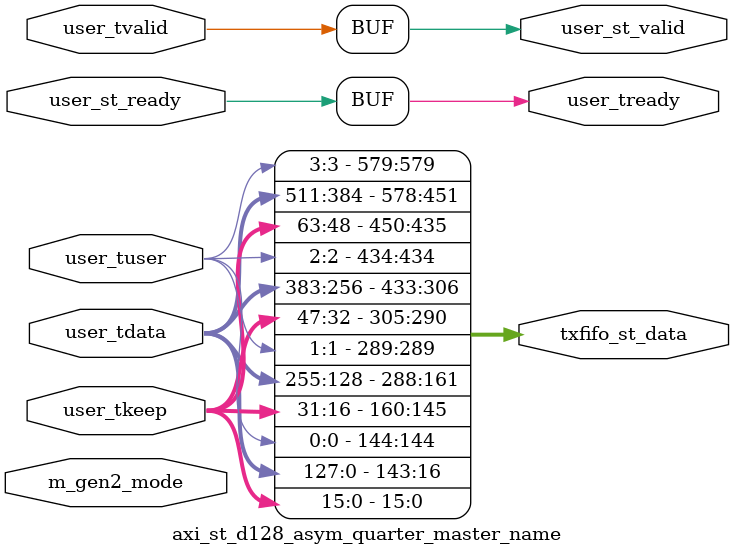
<source format=sv>

module axi_st_d128_asym_quarter_master_name  (

  // st channel
  input  logic [  63:   0]   user_tkeep          ,
  input  logic [ 511:   0]   user_tdata          ,
  input  logic [   3:   0]   user_tuser          ,
  input  logic               user_tvalid         ,
  output logic               user_tready         ,

  // Logic Link Interfaces
  output logic               user_st_valid       ,
  output logic [ 579:   0]   txfifo_st_data      ,
  input  logic               user_st_ready       ,

  input  logic               m_gen2_mode         

);

  // Connect Data

  assign user_st_valid                      = user_tvalid                        ;
  assign user_tready                        = user_st_ready                      ;
  assign txfifo_st_data       [   0 +:  16] = user_tkeep           [   0 +:  16] ;
  assign txfifo_st_data       [  16 +: 128] = user_tdata           [   0 +: 128] ;
  assign txfifo_st_data       [ 144 +:   1] = user_tuser           [   0 +:   1] ;
  assign txfifo_st_data       [ 145 +:  16] = user_tkeep           [  16 +:  16] ;
  assign txfifo_st_data       [ 161 +: 128] = user_tdata           [ 128 +: 128] ;
  assign txfifo_st_data       [ 289 +:   1] = user_tuser           [   1 +:   1] ;
  assign txfifo_st_data       [ 290 +:  16] = user_tkeep           [  32 +:  16] ;
  assign txfifo_st_data       [ 306 +: 128] = user_tdata           [ 256 +: 128] ;
  assign txfifo_st_data       [ 434 +:   1] = user_tuser           [   2 +:   1] ;
  assign txfifo_st_data       [ 435 +:  16] = user_tkeep           [  48 +:  16] ;
  assign txfifo_st_data       [ 451 +: 128] = user_tdata           [ 384 +: 128] ;
  assign txfifo_st_data       [ 579 +:   1] = user_tuser           [   3 +:   1] ;

endmodule

</source>
